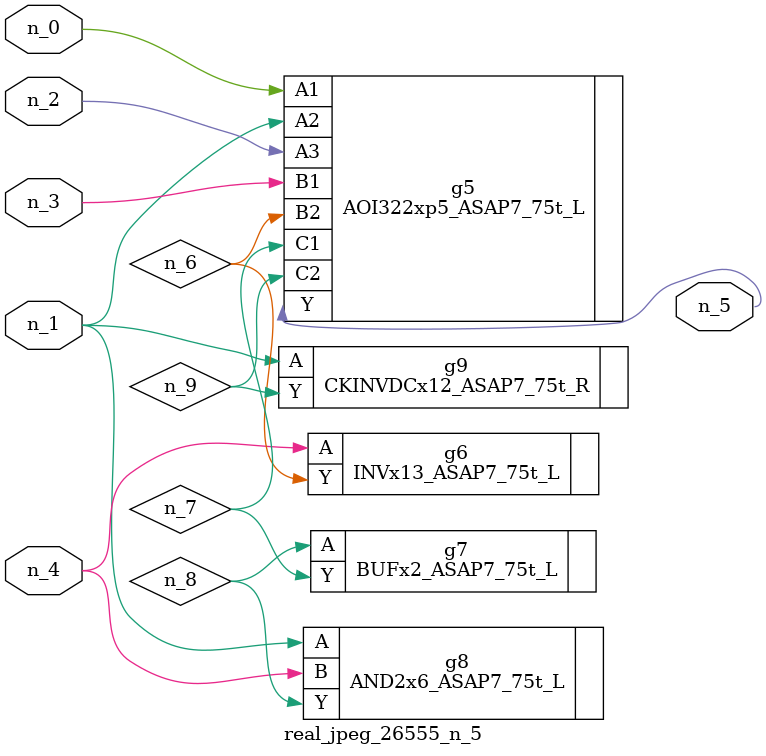
<source format=v>
module real_jpeg_26555_n_5 (n_4, n_0, n_1, n_2, n_3, n_5);

input n_4;
input n_0;
input n_1;
input n_2;
input n_3;

output n_5;

wire n_8;
wire n_6;
wire n_7;
wire n_9;

AOI322xp5_ASAP7_75t_L g5 ( 
.A1(n_0),
.A2(n_1),
.A3(n_2),
.B1(n_3),
.B2(n_6),
.C1(n_7),
.C2(n_9),
.Y(n_5)
);

AND2x6_ASAP7_75t_L g8 ( 
.A(n_1),
.B(n_4),
.Y(n_8)
);

CKINVDCx12_ASAP7_75t_R g9 ( 
.A(n_1),
.Y(n_9)
);

INVx13_ASAP7_75t_L g6 ( 
.A(n_4),
.Y(n_6)
);

BUFx2_ASAP7_75t_L g7 ( 
.A(n_8),
.Y(n_7)
);


endmodule
</source>
